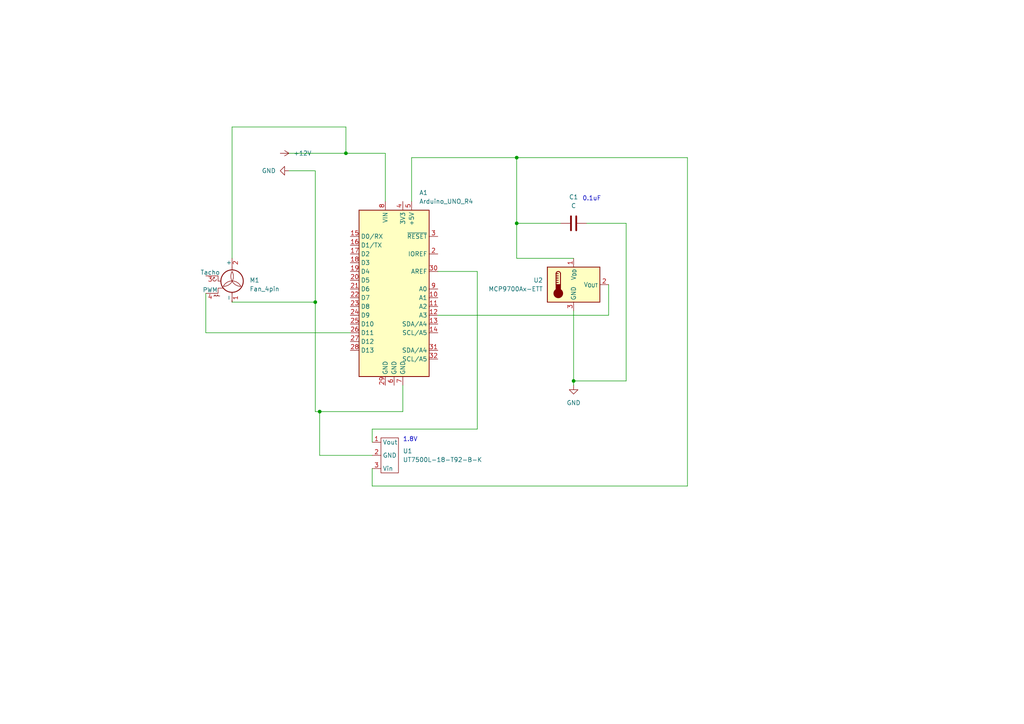
<source format=kicad_sch>
(kicad_sch (version 20230121) (generator eeschema)
  (paper "A4")
  (lib_symbols
    (symbol "Device:C" (pin_numbers hide) (pin_names (offset 0.254))
      (property "Reference" "C" (at 0.635 2.54 0))
      (property "Value" "C" (at 0.635 -2.54 0))
      (symbol "C_0_1"
        (polyline (pts (xy -2.032 -0.762) (xy 2.032 -0.762)) (stroke (width 0.508)))
        (polyline (pts (xy -2.032 0.762) (xy 2.032 0.762)) (stroke (width 0.508)))
      )
      (symbol "C_1_1"
        (pin passive line (at 0 3.81 270) (length 2.794) (name "~") (number "1"))
        (pin passive line (at 0 -3.81 90) (length 2.794) (name "~") (number "2"))
      )
    )
    (symbol "MCU_Module:Arduino_UNO_R3"
      (property "Reference" "A" (at -10.16 23.495 0))
      (property "Value" "Arduino_UNO_R3" (at 5.08 -26.67 0))
      (symbol "Arduino_UNO_R3_0_1"
        (rectangle (start -10.16 22.86) (end 10.16 -25.4) (stroke (width 0.254)) (fill (type background)))
      )
      (symbol "Arduino_UNO_R3_1_1"
        (pin no_connect line (at -10.16 -20.32 0) (length 2.54) hide (name "NC") (number "1"))
        (pin bidirectional line (at 12.7 -2.54 180) (length 2.54) (name "A1") (number "10"))
        (pin bidirectional line (at 12.7 -5.08 180) (length 2.54) (name "A2") (number "11"))
        (pin bidirectional line (at 12.7 -7.62 180) (length 2.54) (name "A3") (number "12"))
        (pin bidirectional line (at 12.7 -10.16 180) (length 2.54) (name "SDA/A4") (number "13"))
        (pin bidirectional line (at 12.7 -12.7 180) (length 2.54) (name "SCL/A5") (number "14"))
        (pin bidirectional line (at -12.7 15.24 0) (length 2.54) (name "D0/RX") (number "15"))
        (pin bidirectional line (at -12.7 12.7 0) (length 2.54) (name "D1/TX") (number "16"))
        (pin bidirectional line (at -12.7 10.16 0) (length 2.54) (name "D2") (number "17"))
        (pin bidirectional line (at -12.7 7.62 0) (length 2.54) (name "D3") (number "18"))
        (pin bidirectional line (at -12.7 5.08 0) (length 2.54) (name "D4") (number "19"))
        (pin output line (at 12.7 10.16 180) (length 2.54) (name "IOREF") (number "2"))
        (pin bidirectional line (at -12.7 2.54 0) (length 2.54) (name "D5") (number "20"))
        (pin bidirectional line (at -12.7 0 0) (length 2.54) (name "D6") (number "21"))
        (pin bidirectional line (at -12.7 -2.54 0) (length 2.54) (name "D7") (number "22"))
        (pin bidirectional line (at -12.7 -5.08 0) (length 2.54) (name "D8") (number "23"))
        (pin bidirectional line (at -12.7 -7.62 0) (length 2.54) (name "D9") (number "24"))
        (pin bidirectional line (at -12.7 -10.16 0) (length 2.54) (name "D10") (number "25"))
        (pin bidirectional line (at -12.7 -12.7 0) (length 2.54) (name "D11") (number "26"))
        (pin bidirectional line (at -12.7 -15.24 0) (length 2.54) (name "D12") (number "27"))
        (pin bidirectional line (at -12.7 -17.78 0) (length 2.54) (name "D13") (number "28"))
        (pin power_in line (at -2.54 -27.94 90) (length 2.54) (name "GND") (number "29"))
        (pin input line (at 12.7 15.24 180) (length 2.54) (name "~{RESET}") (number "3"))
        (pin input line (at 12.7 5.08 180) (length 2.54) (name "AREF") (number "30"))
        (pin bidirectional line (at 12.7 -17.78 180) (length 2.54) (name "SDA/A4") (number "31"))
        (pin bidirectional line (at 12.7 -20.32 180) (length 2.54) (name "SCL/A5") (number "32"))
        (pin power_out line (at 2.54 25.4 270) (length 2.54) (name "3V3") (number "4"))
        (pin power_out line (at 5.08 25.4 270) (length 2.54) (name "+5V") (number "5"))
        (pin power_in line (at 0 -27.94 90) (length 2.54) (name "GND") (number "6"))
        (pin power_in line (at 2.54 -27.94 90) (length 2.54) (name "GND") (number "7"))
        (pin power_in line (at -2.54 25.4 270) (length 2.54) (name "VIN") (number "8"))
        (pin bidirectional line (at 12.7 0 180) (length 2.54) (name "A0") (number "9"))
      )
    )
    (symbol "Motor:Fan_4pin" (pin_names (offset 0))
      (property "Reference" "M" (at 2.54 5.08 0))
      (property "Value" "Fan_4pin" (at 2.54 -2.54 0))
      (symbol "Fan_4pin_0_0"
        (arc (start -5.588 1.524) (mid -5.08 1.0182) (end -4.572 1.524))
        (arc (start -5.08 2.032) (mid -5.4392 1.8832) (end -5.588 1.524))
        (polyline (pts (xy -5.08 2.032) (xy -5.334 2.159)))
        (polyline (pts (xy -5.08 2.032) (xy -5.207 1.778)))
        (polyline (pts (xy -4.064 2.54) (xy -4.064 1.016) (xy -3.302 1.016)))
      )
      (symbol "Fan_4pin_0_1"
        (arc (start -2.54 -0.508) (mid 0.0028 0.9121) (end 0 3.81))
        (polyline (pts (xy -4.064 2.54) (xy -5.08 2.54)))
        (polyline (pts (xy 0 -5.08) (xy 0 -4.572)))
        (polyline (pts (xy 0 -2.2352) (xy 0 -2.6416)))
        (polyline (pts (xy 0 4.2672) (xy 0 4.6228)))
        (polyline (pts (xy 0 4.572) (xy 0 5.08)))
        (polyline (pts (xy -2.54 -1.016) (xy -4.064 -1.016) (xy -4.064 -2.54) (xy -5.08 -2.54)))
        (polyline (pts (xy -5.334 -3.302) (xy -5.08 -3.302) (xy -5.08 -3.048) (xy -4.826 -3.048) (xy -4.826 -3.302) (xy -4.318 -3.302) (xy -4.318 -3.048) (xy -4.064 -3.048) (xy -4.064 -3.302) (xy -3.556 -3.302)))
        (circle (center 0 1.016) (radius 3.2512) (stroke (width 0.254)))
        (arc (start 0 3.81) (mid 0.053 0.921) (end 2.54 -0.508))
        (arc (start 2.54 -0.508) (mid 0 1.0618) (end -2.54 -0.508))
      )
      (symbol "Fan_4pin_1_1"
        (pin passive line (at 0 -5.08 90) (length 2.54) (name "-") (number "1"))
        (pin passive line (at 0 7.62 270) (length 2.54) (name "+") (number "2"))
        (pin passive line (at -7.62 2.54 0) (length 2.54) (name "Tacho") (number "3"))
        (pin input line (at -7.62 -2.54 0) (length 2.54) (name "PWM") (number "4"))
      )
    )
    (symbol "Ore:UT7500L-18-T92-B-K"
      (property "Reference" "U" (at -5.08 0 0))
      (property "Value" "UT7500L-18-T92-B-K" (at 7.62 0 0))
      (symbol "UT7500L-18-T92-B-K_0_1"
        (rectangle (start 2.54 13.97) (end 7.62 3.81))
      )
      (symbol "UT7500L-18-T92-B-K_1_1"
        (pin output line (at 0 12.7 0) (length 2.54) (name "Vout") (number "1"))
        (pin power_out line (at 0 8.89 0) (length 2.54) (name "GND") (number "2"))
        (pin power_in line (at 0 5.08 0) (length 2.54) (name "Vin") (number "3"))
      )
    )
    (symbol "Sensor_Temperature:MCP9700Ax-ETT"
      (property "Reference" "U" (at -6.35 6.35 0))
      (property "Value" "MCP9700Ax-ETT" (at 1.27 6.35 0))
      (symbol "MCP9700Ax-ETT_0_1"
        (rectangle (start -7.62 5.08) (end 7.62 -5.08) (stroke (width 0.254)) (fill (type background)))
        (circle (center -4.445 -2.54) (radius 1.27) (stroke (width 0.254)) (fill (type outline)))
        (rectangle (start -3.81 -1.905) (end -5.08 0) (stroke (width 0.254)) (fill (type outline)))
        (arc (start -3.81 3.175) (mid -4.445 3.8073) (end -5.08 3.175) (stroke (width 0.254)))
        (polyline (pts (xy -5.08 0.635) (xy -4.445 0.635)) (stroke (width 0.254)))
        (polyline (pts (xy -5.08 1.27) (xy -4.445 1.27)) (stroke (width 0.254)))
        (polyline (pts (xy -5.08 1.905) (xy -4.445 1.905)) (stroke (width 0.254)))
        (polyline (pts (xy -5.08 2.54) (xy -4.445 2.54)) (stroke (width 0.254)))
        (polyline (pts (xy -5.08 3.175) (xy -5.08 0)) (stroke (width 0.254)))
        (polyline (pts (xy -5.08 3.175) (xy -4.445 3.175)) (stroke (width 0.254)))
        (polyline (pts (xy -3.81 3.175) (xy -3.81 0)) (stroke (width 0.254)))
      )
      (symbol "MCP9700Ax-ETT_1_1"
        (pin power_in line (at 0 7.62 270) (length 2.54) (name "V_{DD}") (number "1"))
        (pin output line (at 10.16 0 180) (length 2.54) (name "V_{OUT}") (number "2"))
        (pin power_in line (at 0 -7.62 90) (length 2.54) (name "GND") (number "3"))
      )
    )
    (symbol "power:+12V" (power) (pin_names (offset 0))
      (property "Value" "+12V" (at 0 3.556 0))
      (symbol "+12V_0_1"
        (polyline (pts (xy -0.762 1.27) (xy 0 2.54)))
        (polyline (pts (xy 0 0) (xy 0 2.54)))
        (polyline (pts (xy 0 2.54) (xy 0.762 1.27)))
      )
      (symbol "+12V_1_1"
        (pin power_in line (at 0 0 90) (length 0) hide (name "+12V") (number "1"))
      )
    )
    (symbol "power:GND" (power) (pin_names (offset 0))
      (property "Value" "GND" (at 0 -3.81 0))
      (symbol "GND_0_1"
        (polyline (pts (xy 0 0) (xy 0 -1.27) (xy 1.27 -1.27) (xy 0 -2.54) (xy -1.27 -1.27) (xy 0 -1.27)))
      )
      (symbol "GND_1_1"
        (pin power_in line (at 0 0 270) (length 0) hide (name "GND") (number "1"))
      )
    )
  )
  (junction (at 149.86 64.77))
  (junction (at 91.44 87.63))
  (junction (at 92.71 119.38))
  (junction (at 149.86 45.72))
  (junction (at 100.33 44.45))
  (junction (at 166.37 110.49))
  (wire (pts (xy 107.95 140.97) (xy 199.39 140.97)))
  (wire (pts (xy 149.86 64.77) (xy 162.56 64.77)))
  (wire (pts (xy 149.86 45.72) (xy 149.86 64.77)))
  (wire (pts (xy 181.61 110.49) (xy 181.61 64.77)))
  (wire (pts (xy 107.95 124.46) (xy 138.43 124.46)))
  (wire (pts (xy 116.84 119.38) (xy 116.84 111.76)))
  (wire (pts (xy 67.31 87.63) (xy 91.44 87.63)))
  (wire (pts (xy 92.71 119.38) (xy 92.71 132.08)))
  (wire (pts (xy 107.95 135.89) (xy 107.95 140.97)))
  (wire (pts (xy 107.95 128.27) (xy 107.95 124.46)))
  (wire (pts (xy 149.86 45.72) (xy 119.38 45.72)))
  (wire (pts (xy 111.76 44.45) (xy 111.76 58.42)))
  (wire (pts (xy 59.69 85.09) (xy 59.69 96.52)))
  (wire (pts (xy 91.44 119.38) (xy 92.71 119.38)))
  (wire (pts (xy 92.71 119.38) (xy 116.84 119.38)))
  (wire (pts (xy 91.44 49.53) (xy 91.44 87.63)))
  (wire (pts (xy 176.53 82.55) (xy 176.53 91.44)))
  (wire (pts (xy 166.37 90.17) (xy 166.37 110.49)))
  (wire (pts (xy 67.31 36.83) (xy 100.33 36.83)))
  (wire (pts (xy 166.37 110.49) (xy 181.61 110.49)))
  (wire (pts (xy 127 91.44) (xy 176.53 91.44)))
  (wire (pts (xy 83.82 49.53) (xy 91.44 49.53)))
  (wire (pts (xy 138.43 78.74) (xy 127 78.74)))
  (wire (pts (xy 166.37 74.93) (xy 149.86 74.93)))
  (wire (pts (xy 199.39 45.72) (xy 149.86 45.72)))
  (wire (pts (xy 119.38 45.72) (xy 119.38 58.42)))
  (wire (pts (xy 67.31 74.93) (xy 67.31 36.83)))
  (wire (pts (xy 138.43 124.46) (xy 138.43 78.74)))
  (wire (pts (xy 100.33 36.83) (xy 100.33 44.45)))
  (wire (pts (xy 199.39 140.97) (xy 199.39 45.72)))
  (wire (pts (xy 101.6 96.52) (xy 59.69 96.52)))
  (wire (pts (xy 91.44 87.63) (xy 91.44 119.38)))
  (wire (pts (xy 181.61 64.77) (xy 170.18 64.77)))
  (wire (pts (xy 149.86 64.77) (xy 149.86 74.93)))
  (wire (pts (xy 83.82 44.45) (xy 100.33 44.45)))
  (wire (pts (xy 166.37 110.49) (xy 166.37 111.76)))
  (wire (pts (xy 107.95 132.08) (xy 92.71 132.08)))
  (wire (pts (xy 100.33 44.45) (xy 111.76 44.45)))
  (text "1.8V" (at 116.84 128.27 0) (effects (font (size 1.27 1.27)) (justify left bottom)))
  (text "0.1uF" (at 168.91 58.42 0) (effects (font (size 1.27 1.27)) (justify left bottom)))
  (symbol (lib_id "Device:C") (at 166.37 64.77 90) (unit 1)
    (property "Reference" "C1" (at 166.37 57.15 90))
    (property "Value" "C" (at 166.37 59.69 90))
  )
  (symbol (lib_id "power:+12V") (at 81.28 44.45 270) (unit 1)
    (property "Reference" "#PWR01" (effects hide))
    (property "Value" "+12V" (at 85.09 44.45 90) (effects (justify left)))
  )
  (symbol (lib_id "MCU_Module:Arduino_UNO_R3") (at 114.3 83.82 0) (unit 1)
    (property "Reference" "A1" (at 121.5741 55.88 0) (effects (justify left)))
    (property "Value" "Arduino_UNO_R4" (at 121.5741 58.42 0) (effects (justify left)))
    (property "Footprint" "Module:Arduino_UNO_R3" (effects hide))
    (property "Datasheet" "https://www.arduino.cc/en/Main/arduinoBoardUno" (effects hide))
  )
  (symbol (lib_id "power:GND") (at 83.82 49.53 270) (unit 1)
    (property "Reference" "#PWR02" (effects hide))
    (property "Value" "GND" (at 80.01 49.53 90) (effects (justify right)))
  )
  (symbol (lib_id "Sensor_Temperature:MCP9700Ax-ETT") (at 166.37 82.55 0) (unit 1)
    (property "Reference" "U2" (at 157.48 81.28 0) (effects (justify right)))
    (property "Value" "MCP9700Ax-ETT" (at 157.48 83.82 0) (effects (justify right)))
    (property "Footprint" "Package_TO_SOT_SMD:SOT-23" (effects hide))
    (property "Datasheet" "http://ww1.microchip.com/downloads/en/devicedoc/20001942g.pdf" (effects hide))
  )
  (symbol (lib_id "power:GND") (at 166.37 111.76 0) (unit 1)
    (property "Reference" "#PWR03" (effects hide))
    (property "Value" "GND" (at 166.37 116.84 0))
  )
  (symbol (lib_id "Motor:Fan_4pin") (at 67.31 82.55 0) (unit 1)
    (property "Reference" "M1" (at 72.39 81.28 0) (effects (justify left)))
    (property "Value" "Fan_4pin" (at 72.39 83.82 0) (effects (justify left)))
    (property "Datasheet" "http://www.formfactors.org/developer%5Cspecs%5Crev1_2_public.pdf" (effects hide))
  )
  (symbol (lib_id "Ore:UT7500L-18-T92-B-K") (at 107.95 140.97 0) (unit 1)
    (property "Reference" "U1" (at 116.84 130.81 0) (effects (justify left)))
    (property "Value" "UT7500L-18-T92-B-K" (at 116.84 133.35 0) (effects (justify left)))
  )
)
</source>
